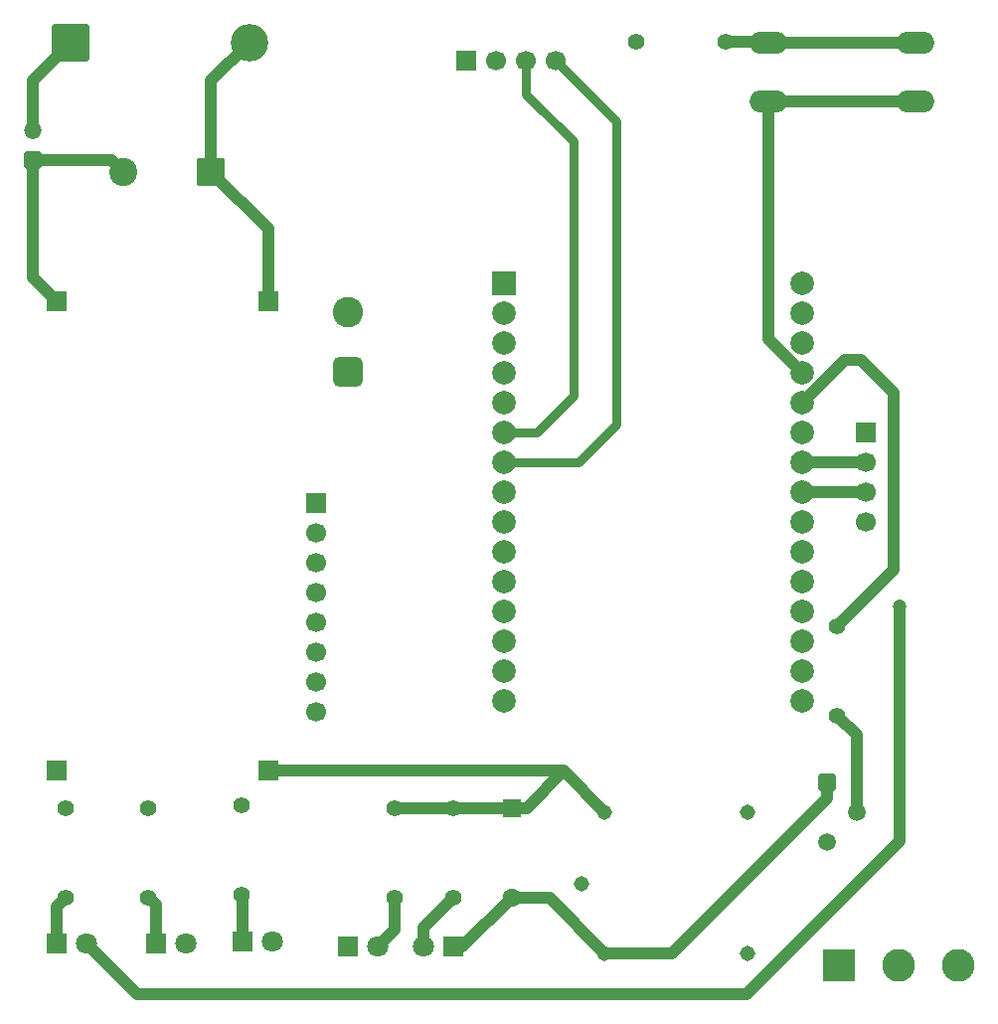
<source format=gbr>
%TF.GenerationSoftware,KiCad,Pcbnew,9.0.4*%
%TF.CreationDate,2025-11-10T11:11:45+05:30*%
%TF.ProjectId,BikeSSv3,42696b65-5353-4763-932e-6b696361645f,rev?*%
%TF.SameCoordinates,Original*%
%TF.FileFunction,Copper,L1,Top*%
%TF.FilePolarity,Positive*%
%FSLAX46Y46*%
G04 Gerber Fmt 4.6, Leading zero omitted, Abs format (unit mm)*
G04 Created by KiCad (PCBNEW 9.0.4) date 2025-11-10 11:11:45*
%MOMM*%
%LPD*%
G01*
G04 APERTURE LIST*
G04 Aperture macros list*
%AMRoundRect*
0 Rectangle with rounded corners*
0 $1 Rounding radius*
0 $2 $3 $4 $5 $6 $7 $8 $9 X,Y pos of 4 corners*
0 Add a 4 corners polygon primitive as box body*
4,1,4,$2,$3,$4,$5,$6,$7,$8,$9,$2,$3,0*
0 Add four circle primitives for the rounded corners*
1,1,$1+$1,$2,$3*
1,1,$1+$1,$4,$5*
1,1,$1+$1,$6,$7*
1,1,$1+$1,$8,$9*
0 Add four rect primitives between the rounded corners*
20,1,$1+$1,$2,$3,$4,$5,0*
20,1,$1+$1,$4,$5,$6,$7,0*
20,1,$1+$1,$6,$7,$8,$9,0*
20,1,$1+$1,$8,$9,$2,$3,0*%
G04 Aperture macros list end*
%TA.AperFunction,ComponentPad*%
%ADD10R,1.700000X1.700000*%
%TD*%
%TA.AperFunction,ComponentPad*%
%ADD11C,1.700000*%
%TD*%
%TA.AperFunction,ComponentPad*%
%ADD12C,1.400000*%
%TD*%
%TA.AperFunction,ComponentPad*%
%ADD13R,1.800000X1.800000*%
%TD*%
%TA.AperFunction,ComponentPad*%
%ADD14C,1.800000*%
%TD*%
%TA.AperFunction,ComponentPad*%
%ADD15RoundRect,0.650000X0.650000X-0.650000X0.650000X0.650000X-0.650000X0.650000X-0.650000X-0.650000X0*%
%TD*%
%TA.AperFunction,ComponentPad*%
%ADD16C,2.600000*%
%TD*%
%TA.AperFunction,ComponentPad*%
%ADD17RoundRect,0.250000X-0.500000X0.500000X-0.500000X-0.500000X0.500000X-0.500000X0.500000X0.500000X0*%
%TD*%
%TA.AperFunction,ComponentPad*%
%ADD18C,1.500000*%
%TD*%
%TA.AperFunction,ComponentPad*%
%ADD19O,3.200000X1.900000*%
%TD*%
%TA.AperFunction,ComponentPad*%
%ADD20R,2.000000X2.000000*%
%TD*%
%TA.AperFunction,ComponentPad*%
%ADD21C,2.000000*%
%TD*%
%TA.AperFunction,ComponentPad*%
%ADD22RoundRect,0.250000X-1.350000X-1.350000X1.350000X-1.350000X1.350000X1.350000X-1.350000X1.350000X0*%
%TD*%
%TA.AperFunction,ComponentPad*%
%ADD23C,3.200000*%
%TD*%
%TA.AperFunction,ComponentPad*%
%ADD24R,2.800000X2.800000*%
%TD*%
%TA.AperFunction,ComponentPad*%
%ADD25C,2.800000*%
%TD*%
%TA.AperFunction,ComponentPad*%
%ADD26C,1.308000*%
%TD*%
%TA.AperFunction,ComponentPad*%
%ADD27RoundRect,0.250000X-0.550000X0.550000X-0.550000X-0.550000X0.550000X-0.550000X0.550000X0.550000X0*%
%TD*%
%TA.AperFunction,ComponentPad*%
%ADD28C,1.600000*%
%TD*%
%TA.AperFunction,ComponentPad*%
%ADD29RoundRect,0.220589X0.529411X-0.529411X0.529411X0.529411X-0.529411X0.529411X-0.529411X-0.529411X0*%
%TD*%
%TA.AperFunction,ComponentPad*%
%ADD30O,1.500000X1.500000*%
%TD*%
%TA.AperFunction,ComponentPad*%
%ADD31RoundRect,0.250001X0.949999X0.949999X-0.949999X0.949999X-0.949999X-0.949999X0.949999X-0.949999X0*%
%TD*%
%TA.AperFunction,ComponentPad*%
%ADD32C,2.400000*%
%TD*%
%TA.AperFunction,ViaPad*%
%ADD33C,1.200000*%
%TD*%
%TA.AperFunction,Conductor*%
%ADD34C,1.000000*%
%TD*%
%TA.AperFunction,Conductor*%
%ADD35C,0.250000*%
%TD*%
%TA.AperFunction,Conductor*%
%ADD36C,0.800000*%
%TD*%
G04 APERTURE END LIST*
D10*
%TO.P,J107,1,Pin_1*%
%TO.N,VCC*%
X229980000Y-79525000D03*
D11*
%TO.P,J107,2,Pin_2*%
%TO.N,GND*%
X232520000Y-79525000D03*
%TO.P,J107,3,Pin_3*%
%TO.N,D16*%
X235060000Y-79525000D03*
%TO.P,J107,4,Pin_4*%
%TO.N,D17*%
X237600000Y-79525000D03*
%TD*%
D10*
%TO.P,J108,1,Pin_1*%
%TO.N,GND*%
X195100000Y-140025000D03*
%TD*%
D12*
%TO.P,R102,1*%
%TO.N,Net-(D103-K)*%
X210880000Y-150610000D03*
%TO.P,R102,2*%
%TO.N,GND*%
X210880000Y-142990000D03*
%TD*%
D10*
%TO.P,J104,1,Pin_1*%
%TO.N,VCC*%
X217200000Y-117180000D03*
D11*
%TO.P,J104,2,Pin_2*%
%TO.N,GND*%
X217200000Y-119720000D03*
%TO.P,J104,3,Pin_3*%
%TO.N,D22*%
X217200000Y-122260000D03*
%TO.P,J104,4,Pin_4*%
%TO.N,D21*%
X217200000Y-124800000D03*
%TO.P,J104,5,Pin_5*%
%TO.N,unconnected-(J104-Pin_5-Pad5)*%
X217200000Y-127340000D03*
%TO.P,J104,6,Pin_6*%
%TO.N,unconnected-(J104-Pin_6-Pad6)*%
X217200000Y-129880000D03*
%TO.P,J104,7,Pin_7*%
%TO.N,GND*%
X217200000Y-132420000D03*
%TO.P,J104,8,Pin_8*%
%TO.N,unconnected-(J104-Pin_8-Pad8)*%
X217200000Y-134960000D03*
%TD*%
D13*
%TO.P,D107,1,K*%
%TO.N,GND*%
X219880000Y-155000000D03*
D14*
%TO.P,D107,2,A*%
%TO.N,Net-(D107-A)*%
X222420000Y-155000000D03*
%TD*%
D13*
%TO.P,D106,1,K*%
%TO.N,Net-(D105-A)*%
X228880000Y-155000000D03*
D14*
%TO.P,D106,2,A*%
%TO.N,Net-(D106-A)*%
X226340000Y-155000000D03*
%TD*%
D12*
%TO.P,R103,1*%
%TO.N,Net-(D104-K)*%
X195880000Y-150810000D03*
%TO.P,R103,2*%
%TO.N,GND*%
X195880000Y-143190000D03*
%TD*%
D15*
%TO.P,TP101,1,1*%
%TO.N,VCC*%
X219880000Y-106065000D03*
D16*
%TO.P,TP101,2,2*%
%TO.N,GND*%
X219880000Y-100985000D03*
%TD*%
D12*
%TO.P,R105,1*%
%TO.N,VCC*%
X228880000Y-143190000D03*
%TO.P,R105,2*%
%TO.N,Net-(D106-A)*%
X228880000Y-150810000D03*
%TD*%
D13*
%TO.P,D103,1,K*%
%TO.N,Net-(D103-K)*%
X210930000Y-154525000D03*
D14*
%TO.P,D103,2,A*%
%TO.N,/D33*%
X213470000Y-154525000D03*
%TD*%
D17*
%TO.P,Q101,1,C*%
%TO.N,Net-(D105-A)*%
X260700000Y-141020000D03*
D18*
%TO.P,Q101,2,B*%
%TO.N,Net-(Q101-B)*%
X263240000Y-143560000D03*
%TO.P,Q101,3,E*%
%TO.N,GND*%
X260700000Y-146100000D03*
%TD*%
D19*
%TO.P,SW102,1,1*%
%TO.N,Net-(R104-Pad2)*%
X255750000Y-78025000D03*
X268250000Y-78025000D03*
%TO.P,SW102,2,2*%
%TO.N,/D12*%
X255750000Y-83025000D03*
X268250000Y-83025000D03*
%TD*%
D10*
%TO.P,J105,1,Pin_1*%
%TO.N,GND*%
X264000000Y-111200000D03*
D11*
%TO.P,J105,2,Pin_2*%
%TO.N,D26*%
X264000000Y-113740000D03*
%TO.P,J105,3,Pin_3*%
%TO.N,D25*%
X264000000Y-116280000D03*
%TO.P,J105,4,Pin_4*%
%TO.N,VCC*%
X264000000Y-118820000D03*
%TD*%
D10*
%TO.P,J106,1,Pin_1*%
%TO.N,/12V-*%
X195100000Y-100025000D03*
%TD*%
D12*
%TO.P,R107,1*%
%TO.N,D14*%
X261600000Y-127715000D03*
%TO.P,R107,2*%
%TO.N,Net-(Q101-B)*%
X261600000Y-135335000D03*
%TD*%
%TO.P,R101,1*%
%TO.N,Net-(D102-K)*%
X202880000Y-150810000D03*
%TO.P,R101,2*%
%TO.N,GND*%
X202880000Y-143190000D03*
%TD*%
D10*
%TO.P,J102,1,Pin_1*%
%TO.N,/12V+ DO*%
X213100000Y-100025000D03*
%TD*%
D12*
%TO.P,R106,1*%
%TO.N,VCC*%
X223880000Y-143190000D03*
%TO.P,R106,2*%
%TO.N,Net-(D107-A)*%
X223880000Y-150810000D03*
%TD*%
D13*
%TO.P,D102,1,K*%
%TO.N,Net-(D102-K)*%
X203530000Y-154725000D03*
D14*
%TO.P,D102,2,A*%
%TO.N,/D27*%
X206070000Y-154725000D03*
%TD*%
D20*
%TO.P,U101,1,3V3*%
%TO.N,unconnected-(U101-3V3-Pad1)*%
X233180000Y-98485000D03*
D21*
%TO.P,U101,2,GND*%
%TO.N,GND*%
X233180000Y-101025000D03*
%TO.P,U101,3,D15*%
%TO.N,unconnected-(U101-D15-Pad3)*%
X233180000Y-103565000D03*
%TO.P,U101,4,D2*%
%TO.N,unconnected-(U101-D2-Pad4)*%
X233180000Y-106105000D03*
%TO.P,U101,5,D4*%
%TO.N,unconnected-(U101-D4-Pad5)*%
X233180000Y-108645000D03*
%TO.P,U101,6,RX2*%
%TO.N,D16*%
X233180000Y-111185000D03*
%TO.P,U101,7,TX2*%
%TO.N,D17*%
X233180000Y-113725000D03*
%TO.P,U101,8,D5*%
%TO.N,unconnected-(U101-D5-Pad8)*%
X233180000Y-116265000D03*
%TO.P,U101,9,D18*%
%TO.N,unconnected-(U101-D18-Pad9)*%
X233180000Y-118805000D03*
%TO.P,U101,10,D19*%
%TO.N,unconnected-(U101-D19-Pad10)*%
X233180000Y-121345000D03*
%TO.P,U101,11,D21*%
%TO.N,unconnected-(U101-D21-Pad11)*%
X233180000Y-123885000D03*
%TO.P,U101,12,RX0*%
%TO.N,unconnected-(U101-RX0-Pad12)*%
X233180000Y-126425000D03*
%TO.P,U101,13,TX0*%
%TO.N,unconnected-(U101-TX0-Pad13)*%
X233180000Y-128965000D03*
%TO.P,U101,14,D22*%
%TO.N,D22*%
X233180000Y-131505000D03*
%TO.P,U101,15,D23*%
%TO.N,D21*%
X233180000Y-134045000D03*
%TO.P,U101,16,EN*%
%TO.N,unconnected-(U101-EN-Pad16)*%
X258580000Y-134045000D03*
%TO.P,U101,17,VP*%
%TO.N,unconnected-(U101-VP-Pad17)*%
X258580000Y-131505000D03*
%TO.P,U101,18,VN*%
%TO.N,unconnected-(U101-VN-Pad18)*%
X258580000Y-128965000D03*
%TO.P,U101,19,D34*%
%TO.N,unconnected-(U101-D34-Pad19)*%
X258580000Y-126425000D03*
%TO.P,U101,20,D35*%
%TO.N,unconnected-(U101-D35-Pad20)*%
X258580000Y-123885000D03*
%TO.P,U101,21,D32*%
%TO.N,unconnected-(U101-D32-Pad21)*%
X258580000Y-121345000D03*
%TO.P,U101,22,D33*%
%TO.N,/D33*%
X258580000Y-118805000D03*
%TO.P,U101,23,D25*%
%TO.N,D25*%
X258580000Y-116265000D03*
%TO.P,U101,24,D26*%
%TO.N,D26*%
X258580000Y-113725000D03*
%TO.P,U101,25,D27*%
%TO.N,/D27*%
X258580000Y-111185000D03*
%TO.P,U101,26,D14*%
%TO.N,D14*%
X258580000Y-108645000D03*
%TO.P,U101,27,D12*%
%TO.N,/D12*%
X258580000Y-106105000D03*
%TO.P,U101,28,D13*%
%TO.N,/D13*%
X258580000Y-103565000D03*
%TO.P,U101,29,GND*%
%TO.N,GND*%
X258580000Y-101025000D03*
%TO.P,U101,30,VIN*%
%TO.N,VCC*%
X258580000Y-98485000D03*
%TD*%
D22*
%TO.P,D101,1,K*%
%TO.N,/12V+DI*%
X196260000Y-78000000D03*
D23*
%TO.P,D101,2,A*%
%TO.N,/12V+ DO*%
X211500000Y-78000000D03*
%TD*%
D12*
%TO.P,R104,1*%
%TO.N,GND*%
X244440000Y-77950000D03*
%TO.P,R104,2*%
%TO.N,Net-(R104-Pad2)*%
X252060000Y-77950000D03*
%TD*%
D24*
%TO.P,J112,1,Pin_1*%
%TO.N,/NO*%
X261720000Y-156600000D03*
D25*
%TO.P,J112,2,Pin_2*%
%TO.N,/COM*%
X266800000Y-156600000D03*
%TO.P,J112,3,Pin_3*%
%TO.N,/NC*%
X271880000Y-156600000D03*
%TD*%
D26*
%TO.P,K101,COIL1*%
%TO.N,VCC*%
X241780000Y-143525000D03*
%TO.P,K101,COIL2*%
%TO.N,Net-(D105-A)*%
X241780000Y-155525000D03*
%TO.P,K101,COM*%
%TO.N,/COM*%
X239780000Y-149645000D03*
%TO.P,K101,NC*%
%TO.N,/NC*%
X253980000Y-143525000D03*
%TO.P,K101,NO*%
%TO.N,/NO*%
X253980000Y-155525000D03*
%TD*%
D13*
%TO.P,D104,1,K*%
%TO.N,Net-(D104-K)*%
X195130000Y-154725000D03*
D14*
%TO.P,D104,2,A*%
%TO.N,/D13*%
X197670000Y-154725000D03*
%TD*%
D27*
%TO.P,D105,1,K*%
%TO.N,VCC*%
X233880000Y-143190000D03*
D28*
%TO.P,D105,2,A*%
%TO.N,Net-(D105-A)*%
X233880000Y-150810000D03*
%TD*%
D29*
%TO.P,J101,1,Pin_1*%
%TO.N,/12V-*%
X193053674Y-88000000D03*
D30*
%TO.P,J101,2,Pin_2*%
%TO.N,/12V+DI*%
X193053674Y-85500000D03*
%TD*%
D31*
%TO.P,C101,1*%
%TO.N,/12V+ DO*%
X208252651Y-89000000D03*
D32*
%TO.N,/12V-*%
X200752651Y-89000000D03*
%TD*%
D10*
%TO.P,J103,1,Pin_1*%
%TO.N,VCC*%
X213100000Y-140025000D03*
%TD*%
D33*
%TO.N,/D13*%
X266880000Y-126000000D03*
%TD*%
D34*
%TO.N,VCC*%
X233880000Y-143190000D02*
X235115000Y-143190000D01*
X238280000Y-140025000D02*
X213100000Y-140025000D01*
X235115000Y-143190000D02*
X238280000Y-140025000D01*
X241780000Y-143525000D02*
X238280000Y-140025000D01*
X228880000Y-143190000D02*
X233880000Y-143190000D01*
X223880000Y-143190000D02*
X228880000Y-143190000D01*
%TO.N,D26*%
X264000000Y-113740000D02*
X258595000Y-113740000D01*
D35*
X258595000Y-113740000D02*
X258580000Y-113725000D01*
%TO.N,D25*%
X258595000Y-116280000D02*
X258580000Y-116265000D01*
D34*
X264000000Y-116280000D02*
X258595000Y-116280000D01*
D36*
%TO.N,D16*%
X235100000Y-82400000D02*
X235100000Y-81300000D01*
X233180000Y-111185000D02*
X236015000Y-111185000D01*
X236015000Y-111185000D02*
X239100000Y-108100000D01*
X239100000Y-86400000D02*
X235100000Y-82400000D01*
X239100000Y-108100000D02*
X239100000Y-86400000D01*
X235060000Y-81260000D02*
X235060000Y-79525000D01*
X235100000Y-81300000D02*
X235060000Y-81260000D01*
%TO.N,D17*%
X237600000Y-79525000D02*
X242775000Y-84700000D01*
X242775000Y-84700000D02*
X242800000Y-84700000D01*
X242800000Y-110500000D02*
X239575000Y-113725000D01*
X239575000Y-113725000D02*
X233180000Y-113725000D01*
X242800000Y-84700000D02*
X242800000Y-110500000D01*
D34*
%TO.N,/D13*%
X266880000Y-127000000D02*
X266880000Y-126000000D01*
X266880000Y-146000000D02*
X266880000Y-127000000D01*
X253880000Y-159000000D02*
X266880000Y-146000000D01*
X201945000Y-159000000D02*
X253880000Y-159000000D01*
X197670000Y-154725000D02*
X201945000Y-159000000D01*
%TO.N,/12V-*%
X199752651Y-88000000D02*
X193053674Y-88000000D01*
X195100000Y-100025000D02*
X193053674Y-97978674D01*
X200752651Y-89000000D02*
X199752651Y-88000000D01*
X193053674Y-97978674D02*
X193053674Y-88000000D01*
%TO.N,/12V+ DO*%
X213100000Y-100025000D02*
X213100000Y-93847349D01*
X208252651Y-89000000D02*
X208252651Y-81247349D01*
X213100000Y-93847349D02*
X208252651Y-89000000D01*
X208252651Y-81247349D02*
X211500000Y-78000000D01*
%TO.N,/12V+DI*%
X193053674Y-85500000D02*
X193053674Y-81206326D01*
X193053674Y-81206326D02*
X196260000Y-78000000D01*
%TO.N,Net-(D102-K)*%
X203530000Y-151460000D02*
X202880000Y-150810000D01*
X203530000Y-154725000D02*
X203530000Y-151460000D01*
%TO.N,Net-(D103-K)*%
X210930000Y-154525000D02*
X210930000Y-150660000D01*
X210930000Y-150660000D02*
X210880000Y-150610000D01*
%TO.N,Net-(D104-K)*%
X195130000Y-151560000D02*
X195880000Y-150810000D01*
X195130000Y-154725000D02*
X195130000Y-151560000D01*
D36*
%TO.N,Net-(R104-Pad2)*%
X255650000Y-77925000D02*
X255750000Y-78025000D01*
X255675000Y-77950000D02*
X255750000Y-78025000D01*
D34*
X255750000Y-78025000D02*
X268250000Y-78025000D01*
X252060000Y-77950000D02*
X255675000Y-77950000D01*
%TO.N,Net-(D105-A)*%
X229690000Y-155000000D02*
X233880000Y-150810000D01*
X228880000Y-155000000D02*
X229690000Y-155000000D01*
X233880000Y-150810000D02*
X237065000Y-150810000D01*
X241780000Y-155525000D02*
X247520000Y-155525000D01*
X260700000Y-142345000D02*
X260700000Y-141020000D01*
X247520000Y-155525000D02*
X260700000Y-142345000D01*
X237065000Y-150810000D02*
X241780000Y-155525000D01*
%TO.N,/D12*%
X258580000Y-106105000D02*
X255750000Y-103275000D01*
X255750000Y-83025000D02*
X268250000Y-83025000D01*
X255750000Y-103275000D02*
X255750000Y-83025000D01*
%TO.N,Net-(D106-A)*%
X226340000Y-153350000D02*
X228880000Y-150810000D01*
X226340000Y-155000000D02*
X226340000Y-153350000D01*
%TO.N,Net-(D107-A)*%
X223880000Y-153540000D02*
X223880000Y-150810000D01*
X222420000Y-155000000D02*
X223880000Y-153540000D01*
%TO.N,Net-(Q101-B)*%
X263240000Y-136975000D02*
X263240000Y-143560000D01*
X261600000Y-135335000D02*
X263240000Y-136975000D01*
%TO.N,D14*%
X266400000Y-122915000D02*
X266400000Y-107800000D01*
X261600000Y-127715000D02*
X266400000Y-122915000D01*
X262225000Y-105000000D02*
X258580000Y-108645000D01*
X263600000Y-105000000D02*
X262225000Y-105000000D01*
X266400000Y-107800000D02*
X263600000Y-105000000D01*
%TD*%
M02*

</source>
